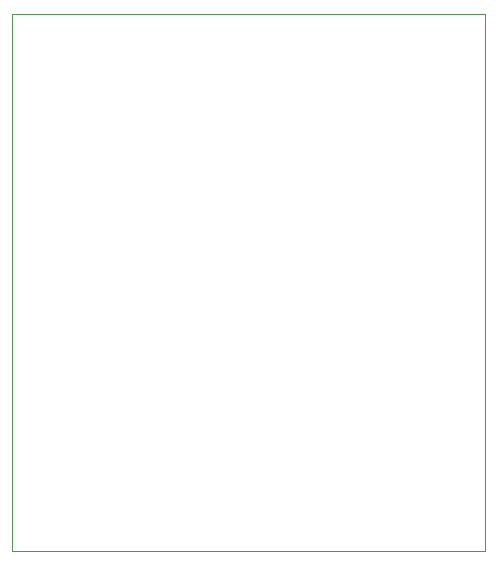
<source format=gbr>
%TF.GenerationSoftware,KiCad,Pcbnew,9.0.0*%
%TF.CreationDate,2025-06-10T19:10:25+05:30*%
%TF.ProjectId,andytrackerv2,616e6479-7472-4616-936b-657276322e6b,rev?*%
%TF.SameCoordinates,Original*%
%TF.FileFunction,Profile,NP*%
%FSLAX46Y46*%
G04 Gerber Fmt 4.6, Leading zero omitted, Abs format (unit mm)*
G04 Created by KiCad (PCBNEW 9.0.0) date 2025-06-10 19:10:25*
%MOMM*%
%LPD*%
G01*
G04 APERTURE LIST*
%TA.AperFunction,Profile*%
%ADD10C,0.050000*%
%TD*%
G04 APERTURE END LIST*
D10*
X152500000Y-92000000D02*
X192500000Y-92000000D01*
X192500000Y-137500000D01*
X152500000Y-137500000D01*
X152500000Y-92000000D01*
M02*

</source>
